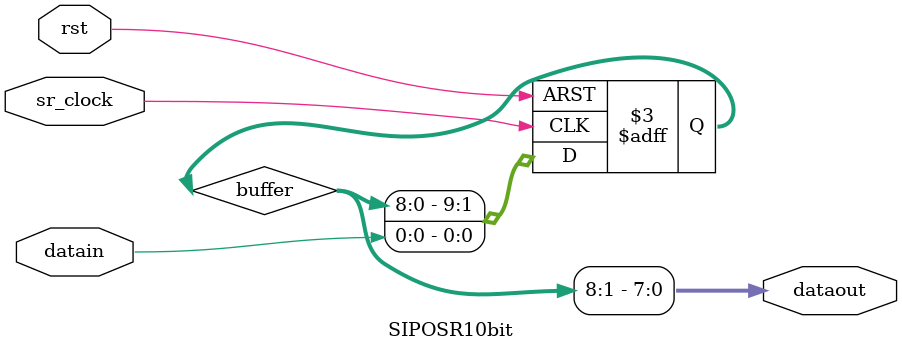
<source format=v>
module SIPOSR10bit (dataout, datain, sr_clock, rst);
	output [7:0] dataout;
	input datain, sr_clock, rst;
	
	reg [9:0] buffer = 10'b0;
	
	assign dataout = buffer[8:1];
	
	always @(posedge sr_clock or posedge rst)
		if (rst) buffer <= 10'b0;
		else buffer <= {buffer[8:0], datain};
endmodule 
</source>
